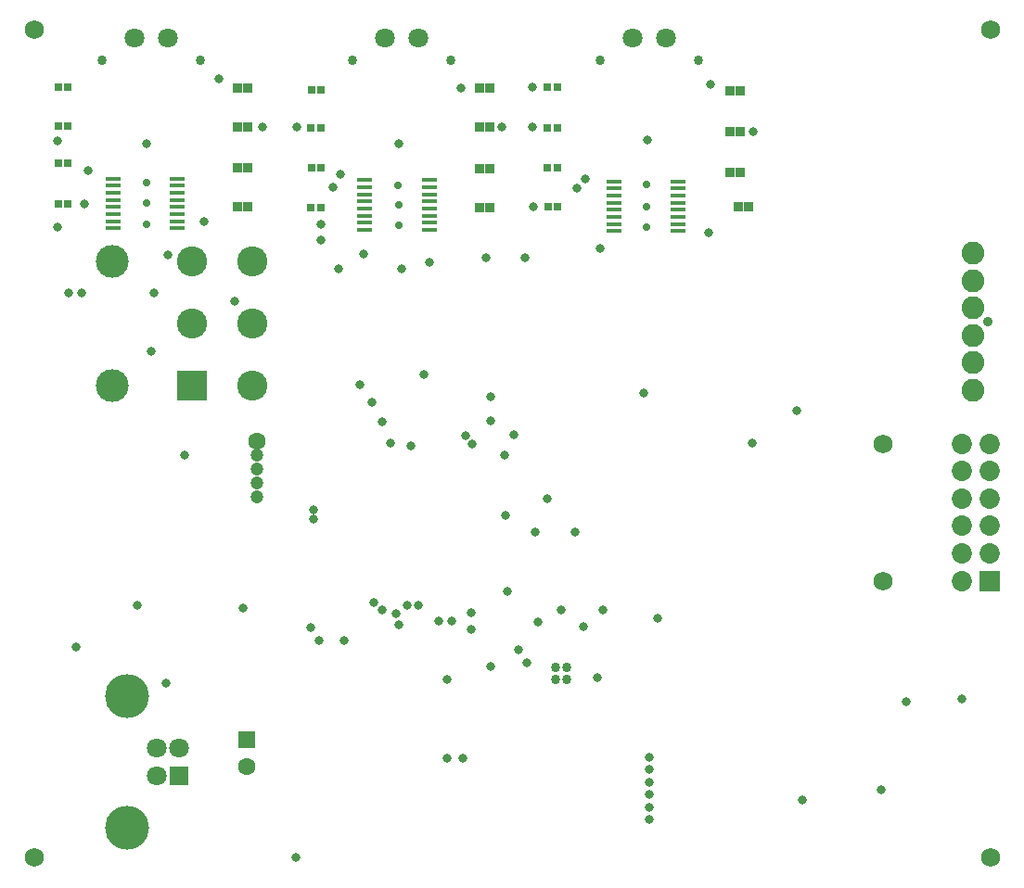
<source format=gbs>
G04*
G04 #@! TF.GenerationSoftware,Altium Limited,Altium Designer,18.1.7 (191)*
G04*
G04 Layer_Color=16711935*
%FSLAX25Y25*%
%MOIN*%
G70*
G01*
G75*
%ADD34R,0.03241X0.03241*%
%ADD41R,0.02965X0.02965*%
%ADD53R,0.07293X0.07293*%
%ADD54C,0.07293*%
%ADD55C,0.06899*%
%ADD56R,0.06312X0.06312*%
%ADD57C,0.06312*%
%ADD58C,0.03458*%
%ADD59C,0.08182*%
%ADD60C,0.03398*%
%ADD61C,0.07119*%
%ADD62C,0.04737*%
%ADD63C,0.15761*%
%ADD64C,0.07099*%
%ADD65R,0.07099X0.07099*%
%ADD66C,0.11811*%
%ADD67C,0.10827*%
%ADD68R,0.10827X0.10827*%
%ADD69C,0.02800*%
%ADD70C,0.06800*%
%ADD71C,0.03300*%
%ADD92R,0.05550X0.01400*%
D34*
X299189Y403000D02*
D03*
X302811D02*
D03*
Y431500D02*
D03*
X299189D02*
D03*
X479811Y415417D02*
D03*
X476189D02*
D03*
X479811Y430000D02*
D03*
X476189D02*
D03*
X389811Y445500D02*
D03*
X386189D02*
D03*
X479811Y444500D02*
D03*
X476189D02*
D03*
X302811Y445500D02*
D03*
X299189D02*
D03*
X302811Y417000D02*
D03*
X299189D02*
D03*
X482811Y402839D02*
D03*
X479189D02*
D03*
X386189Y431500D02*
D03*
X389811D02*
D03*
X386189Y402500D02*
D03*
X389811D02*
D03*
X386189Y416500D02*
D03*
X389811D02*
D03*
D41*
X234728Y446118D02*
D03*
X238272D02*
D03*
X414173Y446000D02*
D03*
X410629D02*
D03*
X410586Y416941D02*
D03*
X414129D02*
D03*
X410586Y431441D02*
D03*
X414129D02*
D03*
X414272Y403000D02*
D03*
X410728D02*
D03*
X329272Y445000D02*
D03*
X325728D02*
D03*
X325768Y416957D02*
D03*
X329311D02*
D03*
X329090Y431457D02*
D03*
X325547D02*
D03*
X325457Y402500D02*
D03*
X329000D02*
D03*
X234728Y432000D02*
D03*
X238272D02*
D03*
X234729Y404043D02*
D03*
X238272D02*
D03*
X234729Y418618D02*
D03*
X238272D02*
D03*
D53*
X569343Y268472D02*
D03*
D54*
Y278315D02*
D03*
Y288158D02*
D03*
Y298000D02*
D03*
Y307842D02*
D03*
Y317685D02*
D03*
X559500Y268472D02*
D03*
Y278315D02*
D03*
Y288158D02*
D03*
Y298000D02*
D03*
Y307842D02*
D03*
Y317685D02*
D03*
D55*
X531232Y268472D02*
D03*
Y317685D02*
D03*
D56*
X302500Y211342D02*
D03*
D57*
Y201500D02*
D03*
X306000Y318500D02*
D03*
D58*
X568776Y361606D02*
D03*
D59*
X563500Y386213D02*
D03*
Y376370D02*
D03*
Y366528D02*
D03*
Y356685D02*
D03*
Y346843D02*
D03*
Y337000D02*
D03*
D60*
X429378Y455784D02*
D03*
X464811D02*
D03*
X340378D02*
D03*
X375811D02*
D03*
X250378D02*
D03*
X285811D02*
D03*
X413468Y237233D02*
D03*
X417618D02*
D03*
Y233060D02*
D03*
X413468D02*
D03*
D61*
X441189Y463500D02*
D03*
X453000D02*
D03*
X352189D02*
D03*
X364000D02*
D03*
X262189D02*
D03*
X274000D02*
D03*
D62*
X306000Y298500D02*
D03*
Y303500D02*
D03*
Y308500D02*
D03*
Y313500D02*
D03*
D63*
X259500Y227000D02*
D03*
Y179598D02*
D03*
D64*
X270169Y208220D02*
D03*
Y198378D02*
D03*
X278043Y208220D02*
D03*
D65*
Y198378D02*
D03*
D66*
X254224Y338579D02*
D03*
Y383421D02*
D03*
D67*
X304618D02*
D03*
Y360980D02*
D03*
Y338539D02*
D03*
X282965Y383421D02*
D03*
Y360980D02*
D03*
D68*
Y338539D02*
D03*
D69*
X266500Y404220D02*
D03*
X446000Y395661D02*
D03*
Y403118D02*
D03*
Y411000D02*
D03*
X357000Y396429D02*
D03*
Y403618D02*
D03*
X356974Y410766D02*
D03*
X266500Y396500D02*
D03*
Y411500D02*
D03*
D70*
X569791Y169000D02*
D03*
Y466500D02*
D03*
X226000Y169000D02*
D03*
Y466500D02*
D03*
D71*
X329000Y396500D02*
D03*
X344500Y386000D02*
D03*
X368000Y383000D02*
D03*
X329000Y391000D02*
D03*
X406000Y286000D02*
D03*
X407000Y253500D02*
D03*
X390000Y237500D02*
D03*
X400000Y243500D02*
D03*
X328500Y247000D02*
D03*
X337500D02*
D03*
X348000Y260500D02*
D03*
X351000Y258000D02*
D03*
X325500Y251500D02*
D03*
X326500Y290500D02*
D03*
Y294000D02*
D03*
X280000Y313500D02*
D03*
X396000Y264500D02*
D03*
X376000Y254000D02*
D03*
X383000Y251000D02*
D03*
X371500Y254000D02*
D03*
X364000Y259500D02*
D03*
X383000Y257000D02*
D03*
X357000Y252500D02*
D03*
X420500Y286000D02*
D03*
X395500Y292000D02*
D03*
X410500Y298000D02*
D03*
X445000Y336000D02*
D03*
X395000Y313500D02*
D03*
X354000Y318000D02*
D03*
X351000Y325500D02*
D03*
X383500Y317500D02*
D03*
X357000Y425500D02*
D03*
X266500D02*
D03*
X446500Y427000D02*
D03*
X269000Y372000D02*
D03*
X390000Y326000D02*
D03*
X447000Y205000D02*
D03*
Y200500D02*
D03*
Y196000D02*
D03*
Y191500D02*
D03*
Y187000D02*
D03*
Y182500D02*
D03*
X366000Y342500D02*
D03*
X402500Y384500D02*
D03*
X429500Y388000D02*
D03*
X238500Y372000D02*
D03*
X245500Y416000D02*
D03*
X421000Y409500D02*
D03*
X388500Y384500D02*
D03*
X405424Y403000D02*
D03*
X500000Y329500D02*
D03*
X424000Y413000D02*
D03*
X390000Y334500D02*
D03*
X484500Y430000D02*
D03*
X405000Y431500D02*
D03*
Y446000D02*
D03*
X394000Y431500D02*
D03*
X398500Y321000D02*
D03*
X381000Y320500D02*
D03*
X335500Y380500D02*
D03*
X358000D02*
D03*
X308000Y431500D02*
D03*
X287000Y397500D02*
D03*
X320500Y431500D02*
D03*
X336000Y414500D02*
D03*
X374500Y233000D02*
D03*
X320000Y169000D02*
D03*
X450000Y255000D02*
D03*
X428500Y233500D02*
D03*
X430500Y258000D02*
D03*
X423500Y252000D02*
D03*
X380000Y204500D02*
D03*
X268000Y351000D02*
D03*
X301000Y258500D02*
D03*
X263000Y259500D02*
D03*
X356000Y256500D02*
D03*
X244000Y404000D02*
D03*
X234500Y426500D02*
D03*
X360000Y259500D02*
D03*
X415500Y258000D02*
D03*
X343000Y339000D02*
D03*
X361500Y317000D02*
D03*
X484000Y318000D02*
D03*
X403000Y239000D02*
D03*
X241000Y244500D02*
D03*
X243000Y372000D02*
D03*
X274000Y385500D02*
D03*
X273500Y231500D02*
D03*
X539500Y225000D02*
D03*
X559500Y226000D02*
D03*
X374500Y204500D02*
D03*
X298000Y369000D02*
D03*
X234433Y395761D02*
D03*
X333500Y409915D02*
D03*
X469000Y447083D02*
D03*
X379500Y445500D02*
D03*
X530500Y193311D02*
D03*
X502000Y189823D02*
D03*
X468500Y393581D02*
D03*
X347500Y332500D02*
D03*
X292500Y449000D02*
D03*
D92*
X254375Y395162D02*
D03*
Y397721D02*
D03*
Y400280D02*
D03*
Y402839D02*
D03*
Y405398D02*
D03*
Y407957D02*
D03*
Y410515D02*
D03*
Y413074D02*
D03*
X277625D02*
D03*
Y410515D02*
D03*
Y407957D02*
D03*
Y405398D02*
D03*
Y402839D02*
D03*
Y400280D02*
D03*
Y397721D02*
D03*
Y395162D02*
D03*
X344875Y394661D02*
D03*
Y397220D02*
D03*
Y399780D02*
D03*
Y402339D02*
D03*
Y404897D02*
D03*
Y407456D02*
D03*
Y410015D02*
D03*
Y412574D02*
D03*
X368125D02*
D03*
Y410015D02*
D03*
Y407456D02*
D03*
Y404897D02*
D03*
Y402339D02*
D03*
Y399780D02*
D03*
Y397220D02*
D03*
Y394661D02*
D03*
X434375Y394162D02*
D03*
Y396721D02*
D03*
Y399279D02*
D03*
Y401838D02*
D03*
Y404397D02*
D03*
Y406956D02*
D03*
Y409515D02*
D03*
Y412075D02*
D03*
X457625D02*
D03*
Y409515D02*
D03*
Y406956D02*
D03*
Y404397D02*
D03*
Y401838D02*
D03*
Y399279D02*
D03*
Y396721D02*
D03*
Y394162D02*
D03*
M02*

</source>
